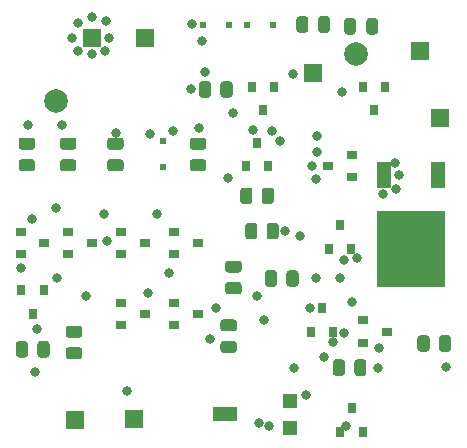
<source format=gbr>
%TF.GenerationSoftware,KiCad,Pcbnew,(5.1.10)-1*%
%TF.CreationDate,2022-01-22T10:46:06+02:00*%
%TF.ProjectId,P1_DCE_NEATA_ADRIAN_STAB_ERS_kicad,50315f44-4345-45f4-9e45-4154415f4144,rev?*%
%TF.SameCoordinates,Original*%
%TF.FileFunction,Soldermask,Top*%
%TF.FilePolarity,Negative*%
%FSLAX46Y46*%
G04 Gerber Fmt 4.6, Leading zero omitted, Abs format (unit mm)*
G04 Created by KiCad (PCBNEW (5.1.10)-1) date 2022-01-22 10:46:06*
%MOMM*%
%LPD*%
G01*
G04 APERTURE LIST*
%ADD10R,1.500000X1.500000*%
%ADD11C,2.000000*%
%ADD12R,0.500000X0.500000*%
%ADD13R,0.800000X0.900000*%
%ADD14R,0.900000X0.800000*%
%ADD15R,1.200000X2.200000*%
%ADD16R,5.800000X6.400000*%
%ADD17R,1.300000X1.300000*%
%ADD18R,2.000000X1.300000*%
%ADD19C,0.800000*%
G04 APERTURE END LIST*
D10*
%TO.C,TP_GND*%
X35800000Y35300000D03*
%TD*%
%TO.C,GND1*%
X12500000Y36400000D03*
%TD*%
%TO.C,GND_OUT1*%
X11600000Y4100000D03*
%TD*%
%TO.C,VCC1*%
X8000000Y36400000D03*
%TD*%
%TO.C,Vout1*%
X6600000Y4000000D03*
%TD*%
D11*
%TO.C,REF\u002A\u002A*%
X30400000Y35000000D03*
%TD*%
%TO.C,REF\u002A\u002A*%
X5000000Y31000000D03*
%TD*%
D12*
%TO.C,D1*%
X14000000Y25400000D03*
X14000000Y27600000D03*
%TD*%
%TO.C,D2*%
X17400000Y37500000D03*
X19600000Y37500000D03*
%TD*%
%TO.C,D3*%
X23350000Y37500000D03*
X21150000Y37500000D03*
%TD*%
%TO.C,LED1*%
G36*
G01*
X32225000Y37806250D02*
X32225000Y36893750D01*
G75*
G02*
X31981250Y36650000I-243750J0D01*
G01*
X31493750Y36650000D01*
G75*
G02*
X31250000Y36893750I0J243750D01*
G01*
X31250000Y37806250D01*
G75*
G02*
X31493750Y38050000I243750J0D01*
G01*
X31981250Y38050000D01*
G75*
G02*
X32225000Y37806250I0J-243750D01*
G01*
G37*
G36*
G01*
X30350000Y37806250D02*
X30350000Y36893750D01*
G75*
G02*
X30106250Y36650000I-243750J0D01*
G01*
X29618750Y36650000D01*
G75*
G02*
X29375000Y36893750I0J243750D01*
G01*
X29375000Y37806250D01*
G75*
G02*
X29618750Y38050000I243750J0D01*
G01*
X30106250Y38050000D01*
G75*
G02*
X30350000Y37806250I0J-243750D01*
G01*
G37*
%TD*%
D13*
%TO.C,Q1*%
X22500000Y30250000D03*
X21550000Y32250000D03*
X23450000Y32250000D03*
%TD*%
D14*
%TO.C,Q2*%
X4000000Y19000000D03*
X2000000Y18050000D03*
X2000000Y19950000D03*
%TD*%
%TO.C,Q3*%
X10500000Y19950000D03*
X10500000Y18050000D03*
X12500000Y19000000D03*
%TD*%
%TO.C,Q4*%
X6000000Y19950000D03*
X6000000Y18050000D03*
X8000000Y19000000D03*
%TD*%
D13*
%TO.C,Q5*%
X3000000Y13000000D03*
X2050000Y15000000D03*
X3950000Y15000000D03*
%TD*%
D14*
%TO.C,Q6*%
X17000000Y13000000D03*
X15000000Y12050000D03*
X15000000Y13950000D03*
%TD*%
%TO.C,Q7*%
X17000000Y19000000D03*
X15000000Y18050000D03*
X15000000Y19950000D03*
%TD*%
%TO.C,Q8*%
X10500000Y13950000D03*
X10500000Y12050000D03*
X12500000Y13000000D03*
%TD*%
D13*
%TO.C,Q9*%
X21050000Y25500000D03*
X22950000Y25500000D03*
X22000000Y27500000D03*
%TD*%
D15*
%TO.C,Q10*%
X37280000Y24800000D03*
X32720000Y24800000D03*
D16*
X35000000Y18500000D03*
%TD*%
D14*
%TO.C,Q11*%
X30000000Y24550000D03*
X30000000Y26450000D03*
X28000000Y25500000D03*
%TD*%
D13*
%TO.C,Q12*%
X26550000Y11500000D03*
X28450000Y11500000D03*
X27500000Y13500000D03*
%TD*%
%TO.C,Q13*%
X29000000Y20500000D03*
X29950000Y18500000D03*
X28050000Y18500000D03*
%TD*%
D14*
%TO.C,Q14*%
X31000000Y12450000D03*
X31000000Y10550000D03*
X33000000Y11500000D03*
%TD*%
D13*
%TO.C,Q15*%
X30000000Y5000000D03*
X30950000Y3000000D03*
X29050000Y3000000D03*
%TD*%
%TO.C,R1*%
G36*
G01*
X2049998Y26100000D02*
X2950002Y26100000D01*
G75*
G02*
X3200000Y25850002I0J-249998D01*
G01*
X3200000Y25324998D01*
G75*
G02*
X2950002Y25075000I-249998J0D01*
G01*
X2049998Y25075000D01*
G75*
G02*
X1800000Y25324998I0J249998D01*
G01*
X1800000Y25850002D01*
G75*
G02*
X2049998Y26100000I249998J0D01*
G01*
G37*
G36*
G01*
X2049998Y27925000D02*
X2950002Y27925000D01*
G75*
G02*
X3200000Y27675002I0J-249998D01*
G01*
X3200000Y27149998D01*
G75*
G02*
X2950002Y26900000I-249998J0D01*
G01*
X2049998Y26900000D01*
G75*
G02*
X1800000Y27149998I0J249998D01*
G01*
X1800000Y27675002D01*
G75*
G02*
X2049998Y27925000I249998J0D01*
G01*
G37*
%TD*%
%TO.C,R2*%
G36*
G01*
X5549998Y26100000D02*
X6450002Y26100000D01*
G75*
G02*
X6700000Y25850002I0J-249998D01*
G01*
X6700000Y25324998D01*
G75*
G02*
X6450002Y25075000I-249998J0D01*
G01*
X5549998Y25075000D01*
G75*
G02*
X5300000Y25324998I0J249998D01*
G01*
X5300000Y25850002D01*
G75*
G02*
X5549998Y26100000I249998J0D01*
G01*
G37*
G36*
G01*
X5549998Y27925000D02*
X6450002Y27925000D01*
G75*
G02*
X6700000Y27675002I0J-249998D01*
G01*
X6700000Y27149998D01*
G75*
G02*
X6450002Y26900000I-249998J0D01*
G01*
X5549998Y26900000D01*
G75*
G02*
X5300000Y27149998I0J249998D01*
G01*
X5300000Y27675002D01*
G75*
G02*
X5549998Y27925000I249998J0D01*
G01*
G37*
%TD*%
%TO.C,R3*%
G36*
G01*
X9549998Y27925000D02*
X10450002Y27925000D01*
G75*
G02*
X10700000Y27675002I0J-249998D01*
G01*
X10700000Y27149998D01*
G75*
G02*
X10450002Y26900000I-249998J0D01*
G01*
X9549998Y26900000D01*
G75*
G02*
X9300000Y27149998I0J249998D01*
G01*
X9300000Y27675002D01*
G75*
G02*
X9549998Y27925000I249998J0D01*
G01*
G37*
G36*
G01*
X9549998Y26100000D02*
X10450002Y26100000D01*
G75*
G02*
X10700000Y25850002I0J-249998D01*
G01*
X10700000Y25324998D01*
G75*
G02*
X10450002Y25075000I-249998J0D01*
G01*
X9549998Y25075000D01*
G75*
G02*
X9300000Y25324998I0J249998D01*
G01*
X9300000Y25850002D01*
G75*
G02*
X9549998Y26100000I249998J0D01*
G01*
G37*
%TD*%
%TO.C,R4*%
G36*
G01*
X16549998Y27925000D02*
X17450002Y27925000D01*
G75*
G02*
X17700000Y27675002I0J-249998D01*
G01*
X17700000Y27149998D01*
G75*
G02*
X17450002Y26900000I-249998J0D01*
G01*
X16549998Y26900000D01*
G75*
G02*
X16300000Y27149998I0J249998D01*
G01*
X16300000Y27675002D01*
G75*
G02*
X16549998Y27925000I249998J0D01*
G01*
G37*
G36*
G01*
X16549998Y26100000D02*
X17450002Y26100000D01*
G75*
G02*
X17700000Y25850002I0J-249998D01*
G01*
X17700000Y25324998D01*
G75*
G02*
X17450002Y25075000I-249998J0D01*
G01*
X16549998Y25075000D01*
G75*
G02*
X16300000Y25324998I0J249998D01*
G01*
X16300000Y25850002D01*
G75*
G02*
X16549998Y26100000I249998J0D01*
G01*
G37*
%TD*%
%TO.C,R5*%
G36*
G01*
X23425000Y23450002D02*
X23425000Y22549998D01*
G75*
G02*
X23175002Y22300000I-249998J0D01*
G01*
X22649998Y22300000D01*
G75*
G02*
X22400000Y22549998I0J249998D01*
G01*
X22400000Y23450002D01*
G75*
G02*
X22649998Y23700000I249998J0D01*
G01*
X23175002Y23700000D01*
G75*
G02*
X23425000Y23450002I0J-249998D01*
G01*
G37*
G36*
G01*
X21600000Y23450002D02*
X21600000Y22549998D01*
G75*
G02*
X21350002Y22300000I-249998J0D01*
G01*
X20824998Y22300000D01*
G75*
G02*
X20575000Y22549998I0J249998D01*
G01*
X20575000Y23450002D01*
G75*
G02*
X20824998Y23700000I249998J0D01*
G01*
X21350002Y23700000D01*
G75*
G02*
X21600000Y23450002I0J-249998D01*
G01*
G37*
%TD*%
%TO.C,R6*%
G36*
G01*
X1575000Y9549998D02*
X1575000Y10450002D01*
G75*
G02*
X1824998Y10700000I249998J0D01*
G01*
X2350002Y10700000D01*
G75*
G02*
X2600000Y10450002I0J-249998D01*
G01*
X2600000Y9549998D01*
G75*
G02*
X2350002Y9300000I-249998J0D01*
G01*
X1824998Y9300000D01*
G75*
G02*
X1575000Y9549998I0J249998D01*
G01*
G37*
G36*
G01*
X3400000Y9549998D02*
X3400000Y10450002D01*
G75*
G02*
X3649998Y10700000I249998J0D01*
G01*
X4175002Y10700000D01*
G75*
G02*
X4425000Y10450002I0J-249998D01*
G01*
X4425000Y9549998D01*
G75*
G02*
X4175002Y9300000I-249998J0D01*
G01*
X3649998Y9300000D01*
G75*
G02*
X3400000Y9549998I0J249998D01*
G01*
G37*
%TD*%
%TO.C,R7*%
G36*
G01*
X19549998Y17512500D02*
X20450002Y17512500D01*
G75*
G02*
X20700000Y17262502I0J-249998D01*
G01*
X20700000Y16737498D01*
G75*
G02*
X20450002Y16487500I-249998J0D01*
G01*
X19549998Y16487500D01*
G75*
G02*
X19300000Y16737498I0J249998D01*
G01*
X19300000Y17262502D01*
G75*
G02*
X19549998Y17512500I249998J0D01*
G01*
G37*
G36*
G01*
X19549998Y15687500D02*
X20450002Y15687500D01*
G75*
G02*
X20700000Y15437502I0J-249998D01*
G01*
X20700000Y14912498D01*
G75*
G02*
X20450002Y14662500I-249998J0D01*
G01*
X19549998Y14662500D01*
G75*
G02*
X19300000Y14912498I0J249998D01*
G01*
X19300000Y15437502D01*
G75*
G02*
X19549998Y15687500I249998J0D01*
G01*
G37*
%TD*%
%TO.C,R8*%
G36*
G01*
X6049998Y10187500D02*
X6950002Y10187500D01*
G75*
G02*
X7200000Y9937502I0J-249998D01*
G01*
X7200000Y9412498D01*
G75*
G02*
X6950002Y9162500I-249998J0D01*
G01*
X6049998Y9162500D01*
G75*
G02*
X5800000Y9412498I0J249998D01*
G01*
X5800000Y9937502D01*
G75*
G02*
X6049998Y10187500I249998J0D01*
G01*
G37*
G36*
G01*
X6049998Y12012500D02*
X6950002Y12012500D01*
G75*
G02*
X7200000Y11762502I0J-249998D01*
G01*
X7200000Y11237498D01*
G75*
G02*
X6950002Y10987500I-249998J0D01*
G01*
X6049998Y10987500D01*
G75*
G02*
X5800000Y11237498I0J249998D01*
G01*
X5800000Y11762502D01*
G75*
G02*
X6049998Y12012500I249998J0D01*
G01*
G37*
%TD*%
%TO.C,R9*%
G36*
G01*
X37400000Y10049998D02*
X37400000Y10950002D01*
G75*
G02*
X37649998Y11200000I249998J0D01*
G01*
X38175002Y11200000D01*
G75*
G02*
X38425000Y10950002I0J-249998D01*
G01*
X38425000Y10049998D01*
G75*
G02*
X38175002Y9800000I-249998J0D01*
G01*
X37649998Y9800000D01*
G75*
G02*
X37400000Y10049998I0J249998D01*
G01*
G37*
G36*
G01*
X35575000Y10049998D02*
X35575000Y10950002D01*
G75*
G02*
X35824998Y11200000I249998J0D01*
G01*
X36350002Y11200000D01*
G75*
G02*
X36600000Y10950002I0J-249998D01*
G01*
X36600000Y10049998D01*
G75*
G02*
X36350002Y9800000I-249998J0D01*
G01*
X35824998Y9800000D01*
G75*
G02*
X35575000Y10049998I0J249998D01*
G01*
G37*
%TD*%
%TO.C,R10*%
G36*
G01*
X23837500Y20450002D02*
X23837500Y19549998D01*
G75*
G02*
X23587502Y19300000I-249998J0D01*
G01*
X23062498Y19300000D01*
G75*
G02*
X22812500Y19549998I0J249998D01*
G01*
X22812500Y20450002D01*
G75*
G02*
X23062498Y20700000I249998J0D01*
G01*
X23587502Y20700000D01*
G75*
G02*
X23837500Y20450002I0J-249998D01*
G01*
G37*
G36*
G01*
X22012500Y20450002D02*
X22012500Y19549998D01*
G75*
G02*
X21762502Y19300000I-249998J0D01*
G01*
X21237498Y19300000D01*
G75*
G02*
X20987500Y19549998I0J249998D01*
G01*
X20987500Y20450002D01*
G75*
G02*
X21237498Y20700000I249998J0D01*
G01*
X21762502Y20700000D01*
G75*
G02*
X22012500Y20450002I0J-249998D01*
G01*
G37*
%TD*%
%TO.C,R11*%
G36*
G01*
X24487500Y15549998D02*
X24487500Y16450002D01*
G75*
G02*
X24737498Y16700000I249998J0D01*
G01*
X25262502Y16700000D01*
G75*
G02*
X25512500Y16450002I0J-249998D01*
G01*
X25512500Y15549998D01*
G75*
G02*
X25262502Y15300000I-249998J0D01*
G01*
X24737498Y15300000D01*
G75*
G02*
X24487500Y15549998I0J249998D01*
G01*
G37*
G36*
G01*
X22662500Y15549998D02*
X22662500Y16450002D01*
G75*
G02*
X22912498Y16700000I249998J0D01*
G01*
X23437502Y16700000D01*
G75*
G02*
X23687500Y16450002I0J-249998D01*
G01*
X23687500Y15549998D01*
G75*
G02*
X23437502Y15300000I-249998J0D01*
G01*
X22912498Y15300000D01*
G75*
G02*
X22662500Y15549998I0J249998D01*
G01*
G37*
%TD*%
%TO.C,R12*%
G36*
G01*
X19149998Y12537500D02*
X20050002Y12537500D01*
G75*
G02*
X20300000Y12287502I0J-249998D01*
G01*
X20300000Y11762498D01*
G75*
G02*
X20050002Y11512500I-249998J0D01*
G01*
X19149998Y11512500D01*
G75*
G02*
X18900000Y11762498I0J249998D01*
G01*
X18900000Y12287502D01*
G75*
G02*
X19149998Y12537500I249998J0D01*
G01*
G37*
G36*
G01*
X19149998Y10712500D02*
X20050002Y10712500D01*
G75*
G02*
X20300000Y10462502I0J-249998D01*
G01*
X20300000Y9937498D01*
G75*
G02*
X20050002Y9687500I-249998J0D01*
G01*
X19149998Y9687500D01*
G75*
G02*
X18900000Y9937498I0J249998D01*
G01*
X18900000Y10462502D01*
G75*
G02*
X19149998Y10712500I249998J0D01*
G01*
G37*
%TD*%
%TO.C,R13*%
G36*
G01*
X29437500Y8900002D02*
X29437500Y7999998D01*
G75*
G02*
X29187502Y7750000I-249998J0D01*
G01*
X28662498Y7750000D01*
G75*
G02*
X28412500Y7999998I0J249998D01*
G01*
X28412500Y8900002D01*
G75*
G02*
X28662498Y9150000I249998J0D01*
G01*
X29187502Y9150000D01*
G75*
G02*
X29437500Y8900002I0J-249998D01*
G01*
G37*
G36*
G01*
X31262500Y8900002D02*
X31262500Y7999998D01*
G75*
G02*
X31012502Y7750000I-249998J0D01*
G01*
X30487498Y7750000D01*
G75*
G02*
X30237500Y7999998I0J249998D01*
G01*
X30237500Y8900002D01*
G75*
G02*
X30487498Y9150000I249998J0D01*
G01*
X31012502Y9150000D01*
G75*
G02*
X31262500Y8900002I0J-249998D01*
G01*
G37*
%TD*%
%TO.C,R15*%
G36*
G01*
X18900000Y31549998D02*
X18900000Y32450002D01*
G75*
G02*
X19149998Y32700000I249998J0D01*
G01*
X19675002Y32700000D01*
G75*
G02*
X19925000Y32450002I0J-249998D01*
G01*
X19925000Y31549998D01*
G75*
G02*
X19675002Y31300000I-249998J0D01*
G01*
X19149998Y31300000D01*
G75*
G02*
X18900000Y31549998I0J249998D01*
G01*
G37*
G36*
G01*
X17075000Y31549998D02*
X17075000Y32450002D01*
G75*
G02*
X17324998Y32700000I249998J0D01*
G01*
X17850002Y32700000D01*
G75*
G02*
X18100000Y32450002I0J-249998D01*
G01*
X18100000Y31549998D01*
G75*
G02*
X17850002Y31300000I-249998J0D01*
G01*
X17324998Y31300000D01*
G75*
G02*
X17075000Y31549998I0J249998D01*
G01*
G37*
%TD*%
%TO.C,R16*%
G36*
G01*
X25325000Y37049998D02*
X25325000Y37950002D01*
G75*
G02*
X25574998Y38200000I249998J0D01*
G01*
X26100002Y38200000D01*
G75*
G02*
X26350000Y37950002I0J-249998D01*
G01*
X26350000Y37049998D01*
G75*
G02*
X26100002Y36800000I-249998J0D01*
G01*
X25574998Y36800000D01*
G75*
G02*
X25325000Y37049998I0J249998D01*
G01*
G37*
G36*
G01*
X27150000Y37049998D02*
X27150000Y37950002D01*
G75*
G02*
X27399998Y38200000I249998J0D01*
G01*
X27925002Y38200000D01*
G75*
G02*
X28175000Y37950002I0J-249998D01*
G01*
X28175000Y37049998D01*
G75*
G02*
X27925002Y36800000I-249998J0D01*
G01*
X27399998Y36800000D01*
G75*
G02*
X27150000Y37049998I0J249998D01*
G01*
G37*
%TD*%
D17*
%TO.C,RPOT1*%
X24750000Y5650000D03*
D18*
X19250000Y4500000D03*
D17*
X24750000Y3350000D03*
%TD*%
D10*
%TO.C,TP_Vout1*%
X26750000Y33400000D03*
%TD*%
%TO.C,TP_Vref1*%
X37450000Y29600000D03*
%TD*%
D13*
%TO.C,Z1*%
X32850000Y32250000D03*
X30950000Y32250000D03*
X31900000Y30250000D03*
%TD*%
D19*
X25600000Y19600000D03*
X25050000Y33300000D03*
X11000000Y6500000D03*
X27100000Y28050000D03*
X22550000Y12450000D03*
X18023747Y10880816D03*
X27650000Y9350000D03*
X25100000Y8400000D03*
X32300000Y10100000D03*
X22550000Y12450000D03*
X2000000Y16850000D03*
X3200000Y8100000D03*
X29150000Y31800000D03*
X2600000Y29000000D03*
X5500000Y29000000D03*
X10050000Y28350000D03*
X14850000Y28450000D03*
X12950000Y28250000D03*
X17100000Y28700000D03*
X21650000Y28550000D03*
X30500000Y17700000D03*
X28450000Y10600000D03*
X29350000Y11400000D03*
X24400000Y20050000D03*
X26650000Y25550000D03*
X29350000Y17550000D03*
X27000000Y24450000D03*
X27100000Y26700000D03*
X23250000Y28450000D03*
X23950000Y27600000D03*
X16500000Y37550000D03*
X16400000Y32000000D03*
X17350000Y36100000D03*
X17600000Y33500000D03*
X33650000Y25750000D03*
X34000000Y24800000D03*
X32700000Y23150000D03*
X33750000Y23600000D03*
X6300000Y36400000D03*
X8000000Y38100000D03*
X8000000Y35000000D03*
X9500000Y36400000D03*
X6800000Y35300000D03*
X6800000Y37600000D03*
X9200000Y37800000D03*
X9100000Y35300000D03*
X20000000Y30000000D03*
X5000000Y22000000D03*
X19500000Y24500000D03*
X7500000Y14500000D03*
X5041200Y16000000D03*
X3350000Y11750000D03*
X2958801Y21041199D03*
X23000000Y3500000D03*
X22150000Y3750000D03*
X9300000Y19150000D03*
X32250000Y8400000D03*
X26150000Y6150000D03*
X13500000Y21500000D03*
X9000000Y21500000D03*
X18500000Y13500000D03*
X26500000Y13500000D03*
X14500000Y16500000D03*
X12797026Y14797026D03*
X29500000Y3500000D03*
X38000000Y8500000D03*
X27000000Y16000000D03*
X29008800Y16000000D03*
X30000000Y14000000D03*
X22000000Y14500000D03*
M02*

</source>
